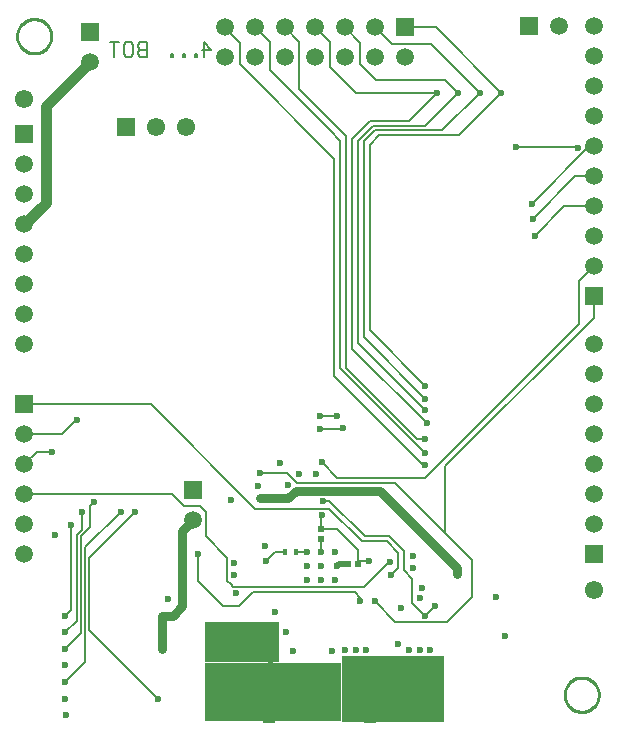
<source format=gbr>
%FSLAX44Y44*%
%MOMM*%
%SFA1B1*%

%IPPOS*%
%ADD10C,0.253999*%
%ADD13R,0.519999X0.519999*%
%ADD14R,0.519999X0.519999*%
%ADD29R,1.019998X4.749991*%
%ADD32C,0.200000*%
%ADD35C,0.499999*%
%ADD38C,0.749999*%
%ADD40C,0.150000*%
%ADD43R,6.224988X3.499993*%
%ADD44R,1.499997X1.499997*%
%ADD45C,1.499997*%
%ADD46R,1.499997X1.499997*%
%ADD47C,1.549997*%
%ADD48R,1.549997X1.549997*%
%ADD49C,0.599999*%
%ADD55R,0.449999X0.549999*%
%ADD56C,0.899998*%
%ADD57R,11.574977X5.024990*%
%ADD58R,8.749982X5.574989*%
G54D10*
X501751Y24249D02*
D01*
X501716Y25261*
X501610Y26268*
X501434Y27265*
X501190Y28247*
X500877Y29209*
X500498Y30148*
X500054Y31058*
X499548Y31934*
X498982Y32773*
X498359Y33571*
X497681Y34323*
X496953Y35026*
X496178Y35677*
X495359Y36272*
X494500Y36808*
X493607Y37284*
X492682Y37695*
X491731Y38042*
X490758Y38320*
X489768Y38531*
X488765Y38672*
X487755Y38743*
X486743*
X485734Y38672*
X484731Y38531*
X483741Y38320*
X482768Y38042*
X481817Y37695*
X480892Y37284*
X479998Y36808*
X479140Y36272*
X478321Y35677*
X477546Y35026*
X476817Y34323*
X476140Y33571*
X475517Y32773*
X474951Y31934*
X474445Y31058*
X474001Y30148*
X473622Y29209*
X473309Y28247*
X473064Y27265*
X472889Y26268*
X472783Y25261*
X472747Y24249*
X472783Y23238*
X472889Y22231*
X473064Y21234*
X473309Y20252*
X473622Y19289*
X474001Y18351*
X474445Y17441*
X474951Y16564*
X475517Y15725*
X476140Y14928*
X476817Y14175*
X477546Y13472*
X478321Y12822*
X479140Y12227*
X479998Y11690*
X480892Y11215*
X481817Y10803*
X482768Y10457*
X483741Y10178*
X484731Y9968*
X485734Y9827*
X486743Y9756*
X487755*
X488765Y9827*
X489768Y9968*
X490758Y10178*
X491731Y10457*
X492682Y10803*
X493607Y11215*
X494500Y11690*
X495359Y12227*
X496178Y12822*
X496953Y13472*
X497681Y14175*
X498359Y14928*
X498982Y15725*
X499548Y16564*
X500054Y17441*
X500498Y18351*
X500877Y19289*
X501190Y20252*
X501434Y21234*
X501610Y22231*
X501716Y23238*
X501751Y24249*
X38251Y581749D02*
D01*
X38216Y582761*
X38110Y583768*
X37934Y584764*
X37690Y585747*
X37377Y586709*
X36998Y587648*
X36554Y588558*
X36048Y589434*
X35482Y590273*
X34858Y591071*
X34181Y591823*
X33453Y592526*
X32678Y593177*
X31859Y593772*
X31000Y594308*
X30107Y594784*
X29182Y595195*
X28231Y595542*
X27258Y595821*
X26268Y596031*
X25265Y596172*
X24255Y596243*
X23243*
X22233Y596172*
X21231Y596031*
X20241Y595821*
X19268Y595542*
X18317Y595195*
X17392Y594784*
X16498Y594308*
X15640Y593772*
X14821Y593177*
X14046Y592526*
X13317Y591823*
X12640Y591071*
X12017Y590273*
X11451Y589434*
X10945Y588558*
X10501Y587648*
X10122Y586709*
X9809Y585747*
X9564Y584764*
X9389Y583768*
X9283Y582761*
X9247Y581749*
X9283Y580738*
X9389Y579731*
X9564Y578734*
X9809Y577752*
X10122Y576789*
X10501Y575851*
X10945Y574941*
X11451Y574064*
X12017Y573225*
X12640Y572428*
X13317Y571676*
X14046Y570972*
X14821Y570322*
X15640Y569727*
X16498Y569190*
X17392Y568715*
X18317Y568303*
X19268Y567957*
X20241Y567678*
X21231Y567468*
X22233Y567327*
X23243Y567256*
X24255*
X25265Y567327*
X26268Y567468*
X27258Y567678*
X28231Y567957*
X29182Y568303*
X30107Y568715*
X31000Y569190*
X31859Y569727*
X32678Y570322*
X33453Y570972*
X34181Y571676*
X34858Y572428*
X35482Y573225*
X36048Y574064*
X36554Y574941*
X36998Y575851*
X37377Y576789*
X37690Y577752*
X37934Y578734*
X38110Y579731*
X38216Y580738*
X38251Y581749*
G54D13*
X266499Y164249D03*
Y156249D03*
G54D14*
X297499Y134999D03*
X289499D03*
G54D29*
X307749Y23749D03*
X222749D03*
G54D32*
X59499Y256499D02*
X59999D01*
X47599Y244599D02*
X59499Y256499D01*
X363599Y589399D02*
X418999Y533999D01*
X337399Y589399D02*
X363599D01*
X359916Y574999D02*
X400916Y533999D01*
X326399Y574999D02*
X359916D01*
X311999Y589399D02*
X326399Y574999D01*
X371832Y544999D02*
X382832Y533999D01*
X312999Y544999D02*
X371832D01*
X299999Y557999D02*
Y575999D01*
Y557999D02*
X312999Y544999D01*
X286599Y589399D02*
X299999Y575999D01*
X295999Y533999D02*
X364749D01*
X273999Y555999D02*
X295999Y533999D01*
X273999Y555999D02*
Y576599D01*
X261199Y589399D02*
X273999Y576599D01*
X382999Y497999D02*
X418999Y533999D01*
X368916Y501999D02*
X400916Y533999D01*
X354832Y505999D02*
X382832Y533999D01*
X340749Y509999D02*
X364749Y533999D01*
X307999Y509999D02*
X340749D01*
X431999Y487999D02*
X483999D01*
X197999Y557999D02*
Y575999D01*
Y557999D02*
X277999Y477999D01*
Y293999D02*
Y477999D01*
X210399Y589399D02*
X222999Y576799D01*
Y552999D02*
Y576799D01*
Y552999D02*
X273999Y501999D01*
X235799Y589399D02*
X247999Y577199D01*
Y536999D02*
Y577199D01*
Y536999D02*
X279499Y505499D01*
X14999Y269999D02*
X122499D01*
X25799Y229999D02*
X38999D01*
X14999Y219199D02*
X25799Y229999D01*
X282999Y300999D02*
X354999Y228999D01*
X282999Y300999D02*
Y492999D01*
X497599Y343599D02*
Y361399D01*
X371749Y217749D02*
X497599Y343599D01*
X484999Y337999D02*
Y374199D01*
X354999Y207999D02*
X484999Y337999D01*
X279999Y207999D02*
X354999D01*
X371749Y161249D02*
Y217749D01*
X292893Y494893D02*
X307999Y509999D01*
X292999Y491999D02*
Y494788D01*
X292893Y494893D02*
X292999Y494788D01*
Y316999D02*
X355999Y254000D01*
X292999Y316999D02*
Y469999D01*
Y491999*
X279499Y505499D02*
X287999Y496999D01*
X307999Y332999D02*
X354999Y285999D01*
X307999Y332999D02*
Y489999D01*
X297999Y321999D02*
X354499Y265499D01*
X297999Y321999D02*
Y492999D01*
X302999Y326999D02*
X354999Y274999D01*
X355177Y274821*
X302999Y326999D02*
Y490595D01*
X307999Y489999D02*
X315999Y497999D01*
X382999*
X302999Y492999D02*
X311999Y501999D01*
X368916*
X302999Y490595D02*
Y492999D01*
Y490595D02*
D01*
X310999Y505999D02*
X354832D01*
X297999Y492999D02*
X310999Y505999D01*
X273999Y501999D02*
X282999Y492999D01*
X283999Y248999D02*
X284999Y249999D01*
X265999Y248999D02*
X283999D01*
X265999Y259999D02*
X279999D01*
X70249Y140249D02*
X108999Y178999D01*
X493399Y488399D02*
X497599D01*
X444999Y439999D02*
X493399Y488399D01*
X481999Y462999D02*
X497599D01*
X445999Y426999D02*
X481999Y462999D01*
X472599Y437599D02*
X497599D01*
X447999Y412999D02*
X472599Y437599D01*
X70999Y166478D02*
Y183999D01*
X73999Y186999*
X62999Y158478D02*
X70999Y166478D01*
X62999Y76249D02*
Y158478D01*
X59749Y159824D02*
X63999Y164074D01*
X59749Y86749D02*
Y159824D01*
X49999Y76999D02*
X59749Y86749D01*
X63999Y164074D02*
Y177499D01*
X66999Y51999D02*
Y148999D01*
X49999Y34999D02*
X66999Y51999D01*
Y148999D02*
X96999Y178999D01*
X62499D02*
X63999D01*
X54999Y95999D02*
Y167999D01*
X49999Y90999D02*
X54999Y95999D01*
X14999Y193799D02*
X15449Y194249D01*
X497449Y437749D02*
X497599Y437599D01*
X497349Y462749D02*
X497599Y462999D01*
X49999Y63249D02*
X62999Y76249D01*
X484999Y374199D02*
X497599Y386799D01*
X266999Y220999D02*
X279999Y207999D01*
X329499Y203499D02*
X371749Y161249D01*
X14999Y244599D02*
X47599D01*
X299999Y103999D02*
Y105999D01*
X294999Y110999D02*
X299999Y105999D01*
X70249Y79249D02*
Y140249D01*
Y79249D02*
X128749Y20749D01*
X324499Y136999D02*
X325124D01*
X322249Y153999D02*
X331999Y144249D01*
X325749Y125499D02*
X331999Y131749D01*
Y144249*
X495399Y322999D02*
X497599Y320799D01*
X497499Y295499D02*
X497599Y295399D01*
X497449Y244749D02*
X497599Y244599D01*
X497399Y218999D02*
X497599Y219199D01*
X497399Y193999D02*
X497599Y193799D01*
X266499Y164249D02*
Y175249D01*
X267249Y175999*
X497549Y412249D02*
X497599Y412199D01*
X297499Y134999D02*
X299999Y137499D01*
X219999Y137249D02*
X227749Y144999D01*
X235999*
X304749Y62499D02*
X304999Y62249D01*
X295999Y62499D02*
X296249Y62249D01*
X286999D02*
X287249Y62499D01*
X297499Y134999D02*
Y146999D01*
X280249Y164249D02*
X297499Y146999D01*
X266499Y164249D02*
X280249D01*
X299999Y137499D02*
X306999D01*
X300999Y153999D02*
X322249D01*
X273499Y181499D02*
X300999Y153999D01*
X210999Y181499D02*
X273499D01*
X273249Y188499D02*
X303499Y158249D01*
X267999Y188499D02*
X273249D01*
X303499Y158249D02*
X324070D01*
X336749Y129749D02*
Y145570D01*
X324070Y158249D02*
X336749Y145570D01*
X287999Y300595D02*
Y496999D01*
Y300595D02*
X347595Y240999D01*
X354999*
X303239Y115739D02*
X324499Y136999D01*
X197289Y99499D02*
X208789Y110999D01*
X294999*
X183499Y99499D02*
X197289D01*
X266499Y145249D02*
X266749Y144999D01*
X336749Y129749D02*
X343999Y122499D01*
X122499Y269999D02*
X210999Y181499D01*
X246079Y203499D02*
X329499D01*
X237490Y212090D02*
X246079Y203499D01*
X343999Y102249D02*
Y122499D01*
Y102249D02*
X354999Y91249D01*
X381624Y126624D02*
X381749Y126499D01*
X354999Y91249D02*
X362999Y99249D01*
X312249Y103249D02*
X329499Y85999D01*
X373249*
X394499Y107249*
Y138499*
X371749Y161249D02*
X394499Y138499D01*
X266499Y145249D02*
Y156249D01*
X244999Y144999D02*
X254749D01*
X214630Y212090D02*
X214789Y212249D01*
X15449Y194249D02*
X140249D01*
X150749Y183749*
X164499*
X168999Y179249*
Y158234D02*
Y179249D01*
Y158234D02*
X187249Y139984D01*
Y120499D02*
Y139984D01*
Y120499D02*
X190167Y117581D01*
X192009Y115739D02*
X303239D01*
X190167Y117581D02*
X192009Y115739D01*
X62499Y178999D02*
X63999Y177499D01*
X214630Y212090D02*
X237490D01*
X162749Y120249D02*
Y143749D01*
Y120249D02*
X183499Y99499D01*
X277999Y293999D02*
X353999Y217999D01*
X184799Y589199D02*
X197999Y575999D01*
X184799Y589199D02*
D01*
X362999Y99249D02*
Y99499D01*
X296249Y54346D02*
X301096Y49499D01*
G54D35*
X279749Y132999D02*
X281749Y134999D01*
X289499*
G54D38*
X316149Y196850D02*
X381749Y131249D01*
Y126499D02*
Y131249D01*
X148999Y162599D02*
X158499Y172099D01*
X148999Y99249D02*
Y162599D01*
X140999Y91249D02*
X148999Y99249D01*
X131749Y91249D02*
X140999D01*
X131749Y62999D02*
Y91249D01*
X245163Y196850D02*
X316149D01*
X238813Y190500D02*
X245163Y196850D01*
X214630Y190500D02*
X238813D01*
G54D40*
X167501Y564499D02*
Y576495D01*
X173499Y570497*
X165502*
X161503Y564499D02*
Y566498D01*
X159503*
Y564499*
X161503*
X151506D02*
Y566498D01*
X149507*
Y564499*
X151506*
X141509D02*
Y566498D01*
X139510*
Y564499*
X141509*
X119516Y576495D02*
Y564499D01*
X113518*
X111519Y566498*
Y568498*
X113518Y570497*
X119516*
X113518*
X111519Y572496*
Y574496*
X113518Y576495*
X119516*
X101522D02*
X105521D01*
X107520Y574496*
Y566498*
X105521Y564499*
X101522*
X99523Y566498*
Y574496*
X101522Y576495*
X95524D02*
X87527D01*
X91525*
Y564499*
G54D43*
X199374Y68749D03*
G54D44*
X497599Y142999D03*
Y361399D03*
X158499Y197499D03*
X70999Y585249D03*
X14999Y269999D03*
Y498599D03*
G54D45*
X497599Y168399D03*
Y193799D03*
Y219199D03*
Y244599D03*
Y269999D03*
Y295399D03*
Y320799D03*
X467999Y589999D03*
X497599Y412199D03*
Y589999D03*
Y564599D03*
Y539199D03*
Y513799D03*
Y488399D03*
Y462999D03*
Y437599D03*
Y386799D03*
X158499Y172099D03*
X70999Y559849D03*
X14999Y244599D03*
Y219199D03*
Y193799D03*
Y168399D03*
Y142999D03*
Y473199D03*
Y447799D03*
Y422399D03*
Y396999D03*
Y371599D03*
Y346199D03*
Y320799D03*
X184999Y563999D03*
Y589399D03*
X210399Y563999D03*
Y589399D03*
X235799Y563999D03*
Y589399D03*
X261199Y563999D03*
Y589399D03*
X286599Y563999D03*
Y589399D03*
X311999Y563999D03*
Y589399D03*
X337399Y563999D03*
G54D46*
X442599Y589999D03*
X337399Y589399D03*
G54D47*
X497599Y113249D03*
X14999Y528499D03*
X126899Y504499D03*
X152299D03*
G54D48*
X101499Y504499D03*
G54D49*
X59999Y256499D03*
X38999Y229999D03*
X354999Y218999D03*
Y228999D03*
X355999Y254000D03*
X354999Y240999D03*
X364749Y533999D03*
X354999Y264999D03*
Y274999D03*
Y285999D03*
X418999Y533999D03*
X400916D03*
X382832D03*
X265999Y259999D03*
Y248999D03*
X108999Y178999D03*
X445999Y426999D03*
X447999Y412999D03*
X284999Y249999D03*
X279999Y259999D03*
X73999Y186999D03*
X63999Y178999D03*
X54999Y167999D03*
X49999Y90999D03*
Y76999D03*
X444999Y439999D03*
X49999Y63249D03*
X266999Y220999D03*
X96999Y178999D03*
X49999Y34999D03*
X483999Y486999D03*
X431999Y487999D03*
X299999Y103999D03*
X325124Y136999D03*
X261999Y210749D03*
X326249Y49499D03*
X341329Y62499D03*
X267249Y175999D03*
X231749Y220749D03*
X325749Y125499D03*
X344499Y131749D03*
X381749Y126499D03*
X213360Y200660D03*
X414749Y106999D03*
X194310Y110490D03*
X192499Y125999D03*
Y135999D03*
X219249Y150499D03*
X219999Y137249D03*
X227749Y94499D03*
X236749Y77749D03*
X286999Y62249D03*
X304999D03*
X296249D03*
X267999Y188499D03*
X242499Y61249D03*
X275999D03*
X306999Y137499D03*
X319999Y16166D03*
Y5499D03*
Y26832D03*
X342749Y16916D03*
X365499Y6249D03*
X345819Y49499D03*
X356999D03*
X201499Y17916D03*
Y7249D03*
X201249Y28582D03*
Y39249D03*
X182749Y18416D03*
Y7749D03*
X182499Y29083D03*
Y39749D03*
X183249Y59416D03*
Y48749D03*
X182999Y70082D03*
Y80749D03*
X201749Y59166D03*
Y48499D03*
X201499Y69832D03*
Y80499D03*
X223999Y59666D03*
Y48999D03*
X223749Y70332D03*
Y80999D03*
X365499Y27582D03*
X342749D03*
Y38249D03*
X365499D03*
X342749Y6249D03*
X365499Y16916D03*
X319999Y37499D03*
X49999Y20749D03*
X50249Y6999D03*
X49999Y49499D03*
X128749Y20749D03*
X40999Y159499D03*
X214630Y190500D03*
X247650Y210820D03*
X350329Y62249D03*
X359079Y61999D03*
X354999Y91249D03*
X312249Y103249D03*
X350759Y106139D03*
X334249Y97999D03*
X421999Y73749D03*
X331999Y66999D03*
X287999Y42249D03*
Y32999D03*
Y14249D03*
Y4999D03*
Y23499D03*
X297249Y4749D03*
Y15999D03*
Y26999D03*
Y38249D03*
Y49499D03*
X233499Y37499D03*
X243249Y37749D03*
Y26999D03*
X233499Y26749D03*
X233749Y16249D03*
X243499Y16499D03*
X233749Y5499D03*
X243499Y5749D03*
X214789Y212249D03*
X131749Y91249D03*
Y62999D03*
X162749Y143749D03*
X136750Y104998D03*
X344249Y141999D03*
X351749Y114999D03*
X238999Y201999D03*
X190749Y189499D03*
X362999Y99499D03*
X254749Y132999D03*
X266749Y144999D03*
X278749D03*
X266749Y132999D03*
X254749Y144999D03*
X279749Y132999D03*
X278749Y120999D03*
X254749D03*
X266749D03*
G54D55*
X235999Y144999D03*
X244999D03*
G54D56*
X33499Y440899D02*
Y522349D01*
X14999Y422399D02*
X33499Y440899D01*
Y522349D02*
X70999Y559849D01*
G54D57*
X226124Y26124D03*
G54D58*
X327749Y28874D03*
M02*
</source>
